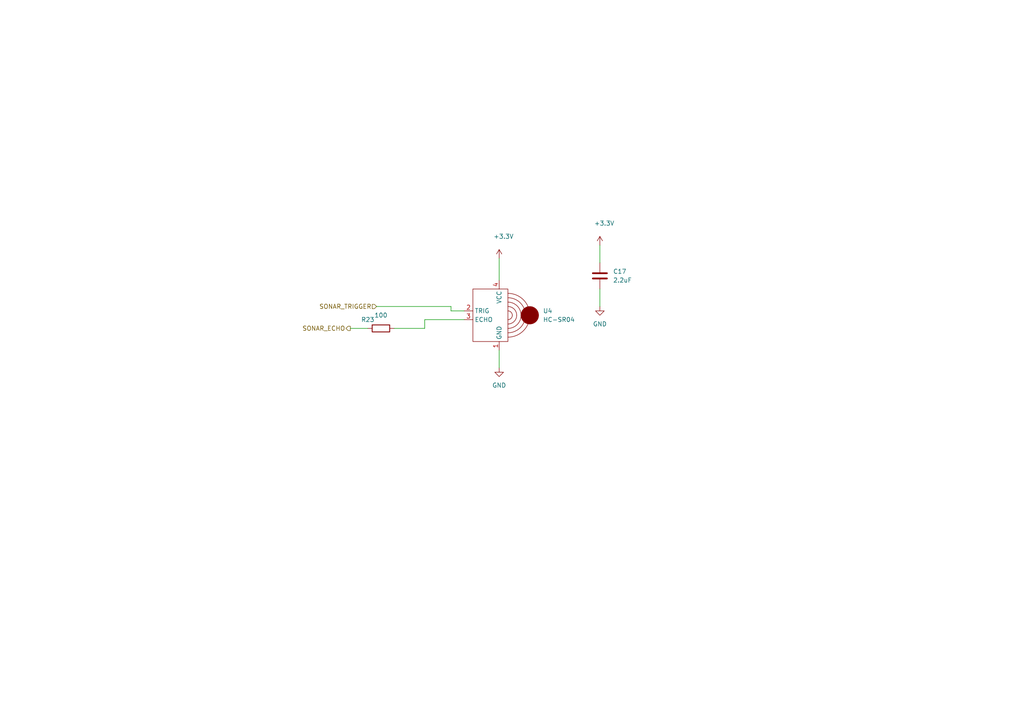
<source format=kicad_sch>
(kicad_sch (version 20230121) (generator eeschema)
  (paper "A4")
  (lib_symbols
    (symbol "Device:C" (pin_numbers hide) (pin_names (offset 0.254))
      (property "Reference" "C" (at 0.635 2.54 0))
      (property "Value" "C" (at 0.635 -2.54 0))
      (symbol "C_0_1"
        (polyline (pts (xy -2.032 -0.762) (xy 2.032 -0.762)) (stroke (width 0.508)))
        (polyline (pts (xy -2.032 0.762) (xy 2.032 0.762)) (stroke (width 0.508)))
      )
      (symbol "C_1_1"
        (pin passive line (at 0 3.81 270) (length 2.794) (name "~") (number "1"))
        (pin passive line (at 0 -3.81 90) (length 2.794) (name "~") (number "2"))
      )
    )
    (symbol "Device:R" (pin_numbers hide) (pin_names (offset 0))
      (property "Reference" "R" (at 2.032 0 90))
      (property "Value" "R" (at 0 0 90))
      (symbol "R_0_1"
        (rectangle (start -1.016 -2.54) (end 1.016 2.54) (stroke (width 0.254)))
      )
      (symbol "R_1_1"
        (pin passive line (at 0 3.81 270) (length 1.27) (name "~") (number "1"))
        (pin passive line (at 0 -3.81 90) (length 1.27) (name "~") (number "2"))
      )
    )
    (symbol "minimouse:HC-SR04"
      (property "Reference" "U" (at 0 0 0))
      (property "Value" "HC-SR04" (at 0 0 0))
      (symbol "HC-SR04_0_1"
        (rectangle (start -7.62 7.62) (end 2.54 -7.62))
        (arc (start 2.54 -6.35) (mid 7.0301 -4.4901) (end 8.89 0))
        (arc (start 2.54 -5.08) (mid 6.1321 -3.5921) (end 7.62 0))
        (arc (start 2.54 -3.81) (mid 5.2341 -2.6941) (end 6.35 0))
        (arc (start 2.54 -2.54) (mid 4.3361 -1.7961) (end 5.08 0))
        (arc (start 2.54 -1.27) (mid 3.438 -0.898) (end 3.81 0))
        (arc (start 3.81 0) (mid 3.438 0.898) (end 2.54 1.27))
        (arc (start 5.08 0) (mid 4.3361 1.7961) (end 2.54 2.54))
        (arc (start 6.35 0) (mid 5.2341 2.6941) (end 2.54 3.81))
        (arc (start 7.62 0) (mid 6.1321 3.5921) (end 2.54 5.08))
        (arc (start 8.89 0) (mid 7.0301 4.4901) (end 2.54 6.35))
      )
      (symbol "HC-SR04_1_1"
        (circle (center 8.89 0) (radius 2.54) (fill (type outline)))
        (pin power_in line (at 0 -10.16 90) (length 2.54) (name "GND") (number "1"))
        (pin input line (at -10.16 1.27 0) (length 2.54) (name "TRIG") (number "2"))
        (pin output line (at -10.16 -1.27 0) (length 2.54) (name "ECHO") (number "3"))
        (pin power_in line (at 0 10.16 270) (length 2.54) (name "VCC") (number "4"))
      )
    )
    (symbol "power:+3.3V" (power) (pin_names (offset 0))
      (property "Value" "+3.3V" (at 0 3.556 0))
      (symbol "+3.3V_0_1"
        (polyline (pts (xy -0.762 1.27) (xy 0 2.54)))
        (polyline (pts (xy 0 0) (xy 0 2.54)))
        (polyline (pts (xy 0 2.54) (xy 0.762 1.27)))
      )
      (symbol "+3.3V_1_1"
        (pin power_in line (at 0 0 90) (length 0) hide (name "+3.3V") (number "1"))
      )
    )
    (symbol "power:GND" (power) (pin_names (offset 0))
      (property "Value" "GND" (at 0 -3.81 0))
      (symbol "GND_0_1"
        (polyline (pts (xy 0 0) (xy 0 -1.27) (xy 1.27 -1.27) (xy 0 -2.54) (xy -1.27 -1.27) (xy 0 -1.27)))
      )
      (symbol "GND_1_1"
        (pin power_in line (at 0 0 270) (length 0) hide (name "GND") (number "1"))
      )
    )
  )
  (wire (pts (xy 144.78 74.93) (xy 144.78 81.28)))
  (wire (pts (xy 144.78 101.6) (xy 144.78 106.68)))
  (wire (pts (xy 130.81 90.17) (xy 134.62 90.17)))
  (wire (pts (xy 123.19 92.71) (xy 134.62 92.71)))
  (wire (pts (xy 130.81 88.9) (xy 130.81 90.17)))
  (wire (pts (xy 173.99 83.82) (xy 173.99 88.9)))
  (wire (pts (xy 101.6 95.25) (xy 106.68 95.25)))
  (wire (pts (xy 123.19 95.25) (xy 123.19 92.71)))
  (wire (pts (xy 173.99 71.12) (xy 173.99 76.2)))
  (wire (pts (xy 109.22 88.9) (xy 130.81 88.9)))
  (wire (pts (xy 114.3 95.25) (xy 123.19 95.25)))
  (hierarchical_label "SONAR_TRIGGER" (shape input) (at 109.22 88.9 180))
  (hierarchical_label "SONAR_ECHO" (shape output) (at 101.6 95.25 180))
  (symbol (lib_id "power:+3.3V") (at 144.78 74.93 0) (unit 1)
    (property "Reference" "#PWR037" (effects hide))
    (property "Value" "+3.3V" (at 146.05 68.58 0))
  )
  (symbol (lib_id "minimouse:HC-SR04") (at 144.78 91.44 0) (unit 1)
    (property "Reference" "U4" (at 157.48 90.17 0) (effects (justify left)))
    (property "Value" "HC-SR04" (at 157.48 92.71 0) (effects (justify left)))
    (property "Footprint" "minimouse:HC-SR04" (effects hide))
  )
  (symbol (lib_id "power:GND") (at 144.78 106.68 0) (unit 1)
    (property "Reference" "#PWR038" (effects hide))
    (property "Value" "GND" (at 144.78 111.76 0))
  )
  (symbol (lib_id "power:+3.3V") (at 173.99 71.12 0) (unit 1)
    (property "Reference" "#PWR036" (effects hide))
    (property "Value" "+3.3V" (at 175.26 64.77 0))
  )
  (symbol (lib_id "Device:R") (at 110.49 95.25 270) (unit 1)
    (property "Reference" "R23" (at 106.68 92.71 90))
    (property "Value" "100" (at 110.49 91.44 90))
    (property "Footprint" "Resistor_SMD:R_0603_1608Metric" (effects hide))
  )
  (symbol (lib_id "Device:C") (at 173.99 80.01 0) (unit 1)
    (property "Reference" "C17" (at 177.8 78.74 0) (effects (justify left)))
    (property "Value" "2.2uF" (at 177.8 81.28 0) (effects (justify left)))
    (property "Footprint" "Capacitor_SMD:C_0603_1608Metric" (effects hide))
  )
  (symbol (lib_id "power:GND") (at 173.99 88.9 0) (unit 1)
    (property "Reference" "#PWR035" (effects hide))
    (property "Value" "GND" (at 173.99 93.98 0))
  )
)
</source>
